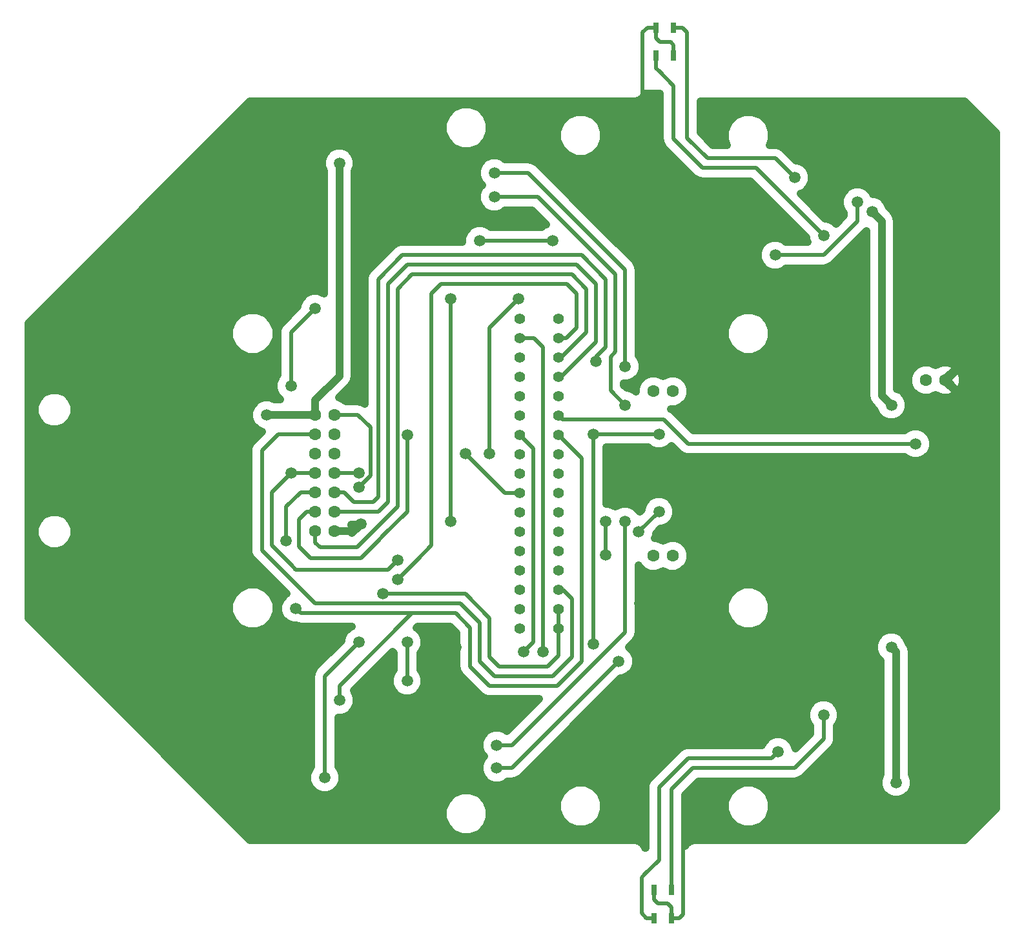
<source format=gbr>
G04 (created by PCBNEW (2013-may-18)-stable) date Вт 27 окт 2015 07:17:40*
%MOIN*%
G04 Gerber Fmt 3.4, Leading zero omitted, Abs format*
%FSLAX34Y34*%
G01*
G70*
G90*
G04 APERTURE LIST*
%ADD10C,0.00590551*%
%ADD11C,0.0629921*%
%ADD12R,0.0314961X0.0551181*%
%ADD13C,0.0551181*%
%ADD14C,0.0590551*%
%ADD15C,0.019685*%
%ADD16C,0.0393701*%
G04 APERTURE END LIST*
G54D10*
G54D11*
X53962Y-27787D03*
X52962Y-27787D03*
X53962Y-36287D03*
X52962Y-36287D03*
G54D12*
X53905Y-53543D03*
X53000Y-53543D03*
X53000Y-55000D03*
X53905Y-55000D03*
X53094Y-10456D03*
X54000Y-10456D03*
X54000Y-9000D03*
X53094Y-9000D03*
G54D11*
X67037Y-27212D03*
X68037Y-27212D03*
X36500Y-31000D03*
X35500Y-31000D03*
X36500Y-29000D03*
X35500Y-29000D03*
X36500Y-30000D03*
X35500Y-30000D03*
X35500Y-34000D03*
X36500Y-34000D03*
X36500Y-32000D03*
X35500Y-32000D03*
X35500Y-33000D03*
X36500Y-33000D03*
X35500Y-35000D03*
X36500Y-35000D03*
G54D13*
X46061Y-24049D03*
X46061Y-25049D03*
X46061Y-26049D03*
X46061Y-27049D03*
X46061Y-28049D03*
X46061Y-29049D03*
X46061Y-30049D03*
X46061Y-31049D03*
X46061Y-32049D03*
X46061Y-33049D03*
X46061Y-34049D03*
X46061Y-35049D03*
X46061Y-36049D03*
X46061Y-37049D03*
X46061Y-38049D03*
X46061Y-39049D03*
X46061Y-40049D03*
X48061Y-40049D03*
X48061Y-39049D03*
X48061Y-38049D03*
X48061Y-37049D03*
X48061Y-36049D03*
X48061Y-35049D03*
X48061Y-34049D03*
X48061Y-33049D03*
X48061Y-32049D03*
X48061Y-31049D03*
X48061Y-30049D03*
X48061Y-29049D03*
X48061Y-28049D03*
X48061Y-27049D03*
X48061Y-26049D03*
X48061Y-25049D03*
X48061Y-24049D03*
G54D14*
X47250Y-41250D03*
X39750Y-37500D03*
X37750Y-40750D03*
X36000Y-47750D03*
X43250Y-31000D03*
X34250Y-32000D03*
X35500Y-23500D03*
X34250Y-27500D03*
X39750Y-36500D03*
X46000Y-23000D03*
X63500Y-18000D03*
X59250Y-20750D03*
X44500Y-31000D03*
X37750Y-32000D03*
X40250Y-30050D03*
X46250Y-41250D03*
X34000Y-35500D03*
X34500Y-39000D03*
X36750Y-43750D03*
X50500Y-34500D03*
X50500Y-36250D03*
X24500Y-27500D03*
X32400Y-43000D03*
X37100Y-40050D03*
X37850Y-34650D03*
X66000Y-23000D03*
X52250Y-38750D03*
X42750Y-41000D03*
X45250Y-19000D03*
X69500Y-50250D03*
X32500Y-13750D03*
X62500Y-37750D03*
X51750Y-27500D03*
X44750Y-44750D03*
X58500Y-27250D03*
X56750Y-34750D03*
X55750Y-34750D03*
X56750Y-29250D03*
X55750Y-29250D03*
X66500Y-30500D03*
X51500Y-34500D03*
X44881Y-46062D03*
X51500Y-28500D03*
X44750Y-17750D03*
X60250Y-16750D03*
X59400Y-46400D03*
X51181Y-41732D03*
X44881Y-47244D03*
X50000Y-26250D03*
X61750Y-19750D03*
X42500Y-23000D03*
X44000Y-20000D03*
X47750Y-20000D03*
X42500Y-34500D03*
X61750Y-44500D03*
X40250Y-42750D03*
X40250Y-40750D03*
X44750Y-16500D03*
X51500Y-26500D03*
X39000Y-38250D03*
X37750Y-32750D03*
X53250Y-34000D03*
X52200Y-35050D03*
X65500Y-48000D03*
X65250Y-41000D03*
X49850Y-30000D03*
X53250Y-30000D03*
X49850Y-40850D03*
X64250Y-18500D03*
X65250Y-28500D03*
X36750Y-16000D03*
X33000Y-29000D03*
G54D15*
X46799Y-25049D02*
X47250Y-25500D01*
X47250Y-25500D02*
X47250Y-28750D01*
X47250Y-28750D02*
X47250Y-41250D01*
X46061Y-25049D02*
X46799Y-25049D01*
X44500Y-22250D02*
X42000Y-22250D01*
X40750Y-36500D02*
X39750Y-37500D01*
X37750Y-40750D02*
X36000Y-42500D01*
X36000Y-42500D02*
X36000Y-43500D01*
X48500Y-22250D02*
X44500Y-22250D01*
X48450Y-25049D02*
X49000Y-24500D01*
X49000Y-24500D02*
X49000Y-22750D01*
X49000Y-22750D02*
X48500Y-22250D01*
X48061Y-25049D02*
X48450Y-25049D01*
X36000Y-43500D02*
X36000Y-47750D01*
X41500Y-35750D02*
X40750Y-36500D01*
X41500Y-22750D02*
X41500Y-35750D01*
X42000Y-22250D02*
X41500Y-22750D01*
X43250Y-31000D02*
X45300Y-33050D01*
X46060Y-33050D02*
X46061Y-33049D01*
X45300Y-33050D02*
X46060Y-33050D01*
X34250Y-24750D02*
X35500Y-23500D01*
X34250Y-27500D02*
X34250Y-24750D01*
X33250Y-33500D02*
X33250Y-33000D01*
X39250Y-37000D02*
X34500Y-37000D01*
X33750Y-36250D02*
X34250Y-36750D01*
X33750Y-36250D02*
X33250Y-35750D01*
X39750Y-36500D02*
X39250Y-37000D01*
X34500Y-37000D02*
X34250Y-36750D01*
X33250Y-35750D02*
X33250Y-33500D01*
X34250Y-32000D02*
X35500Y-32000D01*
X33250Y-33000D02*
X34250Y-32000D01*
X46000Y-23000D02*
X44500Y-24500D01*
X59250Y-20750D02*
X61750Y-20750D01*
X63500Y-19000D02*
X63500Y-18000D01*
X61750Y-20750D02*
X63500Y-19000D01*
X44500Y-24500D02*
X44500Y-31000D01*
X36500Y-32000D02*
X37750Y-32000D01*
X35650Y-36400D02*
X35250Y-36400D01*
X35050Y-34000D02*
X34650Y-34400D01*
X34650Y-34400D02*
X34650Y-34850D01*
X38750Y-35500D02*
X37850Y-36400D01*
X40250Y-30050D02*
X40250Y-30500D01*
X39000Y-35250D02*
X38750Y-35500D01*
X39000Y-35250D02*
X40250Y-34000D01*
X40250Y-34000D02*
X40250Y-31250D01*
X40250Y-31250D02*
X40250Y-30500D01*
X34650Y-35400D02*
X34650Y-34850D01*
X37850Y-36400D02*
X35650Y-36400D01*
X35050Y-34000D02*
X35500Y-34000D01*
X34650Y-35800D02*
X34650Y-35400D01*
X35250Y-36400D02*
X34650Y-35800D01*
X46750Y-33750D02*
X46750Y-30738D01*
X46250Y-41250D02*
X46750Y-40750D01*
X46750Y-33750D02*
X46750Y-40750D01*
X46750Y-30738D02*
X46061Y-30049D01*
X35500Y-33000D02*
X34750Y-33000D01*
X34500Y-39000D02*
X34750Y-39250D01*
X34000Y-34500D02*
X34000Y-35500D01*
X34000Y-33750D02*
X34000Y-34500D01*
X34750Y-33000D02*
X34000Y-33750D01*
X49250Y-38250D02*
X49250Y-31238D01*
X43500Y-41750D02*
X43500Y-40000D01*
X43500Y-42000D02*
X43500Y-41750D01*
X44500Y-43000D02*
X43500Y-42000D01*
X48000Y-43000D02*
X45750Y-43000D01*
X45750Y-43000D02*
X45250Y-43000D01*
X45250Y-43000D02*
X44500Y-43000D01*
X40500Y-39250D02*
X41000Y-39250D01*
X42750Y-39250D02*
X41000Y-39250D01*
X43500Y-40000D02*
X42750Y-39250D01*
X49250Y-41750D02*
X48000Y-43000D01*
X49250Y-41750D02*
X49250Y-38250D01*
X49250Y-31238D02*
X48061Y-30049D01*
X36750Y-43000D02*
X40500Y-39250D01*
X36750Y-43750D02*
X36750Y-43000D01*
X40500Y-39250D02*
X38000Y-39250D01*
X38000Y-39250D02*
X34750Y-39250D01*
X34750Y-39250D02*
X35000Y-39250D01*
X50500Y-36000D02*
X50500Y-36250D01*
X50500Y-34500D02*
X50500Y-36000D01*
X53000Y-53543D02*
X53000Y-54050D01*
X53905Y-54455D02*
X53905Y-55000D01*
X53700Y-54250D02*
X53905Y-54455D01*
X53200Y-54250D02*
X53700Y-54250D01*
X53000Y-54050D02*
X53200Y-54250D01*
X53905Y-55000D02*
X54300Y-55000D01*
X54500Y-50700D02*
X55650Y-49550D01*
X54500Y-54800D02*
X54500Y-50700D01*
X54300Y-55000D02*
X54500Y-54800D01*
X53094Y-9000D02*
X53094Y-9544D01*
X54000Y-9900D02*
X54000Y-10456D01*
X53850Y-9750D02*
X54000Y-9900D01*
X53300Y-9750D02*
X53850Y-9750D01*
X53094Y-9544D02*
X53300Y-9750D01*
X53094Y-9000D02*
X52650Y-9000D01*
X52400Y-9250D02*
X52400Y-13850D01*
X52650Y-9000D02*
X52400Y-9250D01*
G54D16*
X36500Y-35000D02*
X37500Y-35000D01*
X37500Y-35000D02*
X37850Y-34650D01*
G54D15*
X52500Y-26750D02*
X52500Y-25500D01*
X51750Y-27500D02*
X52500Y-26750D01*
X55750Y-34750D02*
X56750Y-34750D01*
X55750Y-29250D02*
X56750Y-29250D01*
X43250Y-21250D02*
X40250Y-21250D01*
X36500Y-34000D02*
X37750Y-34000D01*
X48200Y-27049D02*
X48061Y-27049D01*
X49000Y-21250D02*
X45500Y-21250D01*
X50000Y-22250D02*
X49000Y-21250D01*
X50000Y-25250D02*
X50000Y-22250D01*
X48200Y-27049D02*
X50000Y-25250D01*
X45500Y-21250D02*
X43250Y-21250D01*
X38750Y-34000D02*
X37750Y-34000D01*
X39250Y-33500D02*
X38750Y-34000D01*
X39250Y-22250D02*
X39250Y-25000D01*
X39250Y-25000D02*
X39250Y-33500D01*
X40250Y-21250D02*
X39250Y-22250D01*
X36350Y-35850D02*
X35750Y-35850D01*
X37650Y-35850D02*
X36350Y-35850D01*
X43500Y-21750D02*
X40500Y-21750D01*
X44000Y-21750D02*
X43500Y-21750D01*
X48061Y-26049D02*
X48200Y-26049D01*
X48750Y-21750D02*
X45000Y-21750D01*
X49500Y-22500D02*
X48750Y-21750D01*
X49500Y-24750D02*
X49500Y-22500D01*
X48200Y-26049D02*
X49500Y-24750D01*
X45000Y-21750D02*
X44000Y-21750D01*
X39000Y-34500D02*
X38250Y-35250D01*
X39750Y-33750D02*
X39000Y-34500D01*
X39750Y-22500D02*
X39750Y-33750D01*
X40500Y-21750D02*
X39750Y-22500D01*
X38250Y-35250D02*
X37650Y-35850D01*
X35500Y-35600D02*
X35500Y-35000D01*
X35750Y-35850D02*
X35500Y-35600D01*
X49250Y-29250D02*
X48261Y-29250D01*
X50000Y-29250D02*
X53500Y-29250D01*
X54750Y-30500D02*
X53500Y-29250D01*
X66500Y-30500D02*
X54750Y-30500D01*
X50000Y-29250D02*
X49250Y-29250D01*
X48261Y-29250D02*
X48061Y-29049D01*
X51500Y-34500D02*
X51500Y-40232D01*
X50852Y-40879D02*
X51300Y-40432D01*
X51500Y-40232D02*
X51300Y-40432D01*
X50841Y-40891D02*
X50852Y-40879D01*
X45669Y-46062D02*
X44881Y-46062D01*
X50841Y-40891D02*
X45669Y-46062D01*
X50852Y-40879D02*
X50841Y-40891D01*
X51000Y-25750D02*
X51000Y-21750D01*
X51000Y-21750D02*
X47000Y-17750D01*
X47000Y-17750D02*
X44750Y-17750D01*
X50750Y-26000D02*
X51000Y-25750D01*
X50750Y-27750D02*
X50750Y-26000D01*
X51500Y-28500D02*
X50750Y-27750D01*
X54700Y-14150D02*
X54700Y-14700D01*
X55750Y-15750D02*
X59250Y-15750D01*
X59250Y-15750D02*
X60250Y-16750D01*
X54450Y-9000D02*
X54700Y-9250D01*
X54700Y-9250D02*
X54700Y-14150D01*
X54450Y-9000D02*
X54000Y-9000D01*
X54700Y-14700D02*
X55750Y-15750D01*
X53000Y-55000D02*
X52600Y-55000D01*
X54750Y-46750D02*
X59000Y-46750D01*
X53250Y-48250D02*
X54750Y-46750D01*
X53250Y-52000D02*
X53250Y-48250D01*
X52500Y-52750D02*
X53250Y-52000D01*
X59000Y-46750D02*
X59050Y-46750D01*
X59050Y-46750D02*
X59400Y-46400D01*
X52350Y-52900D02*
X52500Y-52750D01*
X52350Y-54750D02*
X52350Y-52900D01*
X52600Y-55000D02*
X52350Y-54750D01*
X51181Y-41732D02*
X45669Y-47244D01*
X45669Y-47244D02*
X44881Y-47244D01*
X50000Y-26250D02*
X50000Y-26000D01*
X50000Y-26000D02*
X50500Y-25500D01*
X49250Y-20750D02*
X50500Y-22000D01*
X50500Y-22000D02*
X50500Y-25500D01*
X40000Y-20750D02*
X38750Y-22000D01*
X38750Y-22000D02*
X38750Y-32000D01*
X37500Y-33500D02*
X37000Y-33000D01*
X37000Y-33000D02*
X36500Y-33000D01*
X38750Y-32000D02*
X38750Y-33250D01*
X38500Y-33500D02*
X37500Y-33500D01*
X38750Y-33250D02*
X38500Y-33500D01*
X40000Y-20750D02*
X49250Y-20750D01*
X61750Y-19750D02*
X58250Y-16250D01*
X53094Y-11094D02*
X53094Y-10456D01*
X53094Y-11094D02*
X53250Y-11250D01*
X53250Y-11250D02*
X54000Y-12000D01*
X54000Y-12000D02*
X54000Y-14750D01*
X54000Y-14750D02*
X55500Y-16250D01*
X58250Y-16250D02*
X55500Y-16250D01*
X44000Y-20000D02*
X47750Y-20000D01*
X42500Y-29000D02*
X42500Y-32750D01*
X42500Y-29000D02*
X42500Y-23000D01*
X42500Y-34500D02*
X42500Y-32750D01*
X60250Y-47250D02*
X61250Y-46250D01*
X55000Y-47250D02*
X60250Y-47250D01*
X53905Y-48344D02*
X55000Y-47250D01*
X53905Y-48344D02*
X53905Y-53543D01*
X61750Y-45750D02*
X61250Y-46250D01*
X61750Y-44500D02*
X61750Y-45750D01*
X40250Y-40750D02*
X40250Y-42750D01*
X46500Y-16500D02*
X44750Y-16500D01*
X51500Y-21500D02*
X46500Y-16500D01*
X51500Y-26500D02*
X51500Y-21500D01*
X35500Y-30000D02*
X33600Y-30000D01*
X38200Y-38750D02*
X35500Y-38750D01*
X34350Y-37600D02*
X33250Y-36500D01*
X41250Y-38750D02*
X43000Y-38750D01*
X45500Y-42500D02*
X44750Y-42500D01*
X48299Y-38049D02*
X48061Y-38049D01*
X47750Y-42500D02*
X45750Y-42500D01*
X48750Y-41500D02*
X47750Y-42500D01*
X48750Y-38500D02*
X48750Y-41500D01*
X48299Y-38049D02*
X48750Y-38500D01*
X45750Y-42500D02*
X45500Y-42500D01*
X44750Y-42500D02*
X44000Y-41750D01*
X44000Y-41750D02*
X44000Y-41500D01*
X33250Y-36500D02*
X32750Y-36000D01*
X44000Y-39750D02*
X44000Y-41500D01*
X43000Y-38750D02*
X44000Y-39750D01*
X41250Y-38750D02*
X38200Y-38750D01*
X35500Y-38750D02*
X34350Y-37600D01*
X32750Y-36000D02*
X32750Y-32750D01*
X32750Y-30850D02*
X32750Y-32750D01*
X33600Y-30000D02*
X32750Y-30850D01*
X36500Y-29000D02*
X37700Y-29000D01*
X38350Y-32150D02*
X38350Y-30850D01*
X44500Y-39500D02*
X43250Y-38250D01*
X43250Y-38250D02*
X41500Y-38250D01*
X44500Y-41500D02*
X44500Y-41250D01*
X45000Y-42000D02*
X44500Y-41500D01*
X48061Y-41438D02*
X47500Y-42000D01*
X47500Y-42000D02*
X45750Y-42000D01*
X48061Y-41438D02*
X48061Y-40049D01*
X45750Y-42000D02*
X45000Y-42000D01*
X44500Y-41250D02*
X44500Y-39500D01*
X41500Y-38250D02*
X39000Y-38250D01*
X37750Y-32750D02*
X38350Y-32150D01*
X38350Y-29650D02*
X38350Y-30850D01*
X37700Y-29000D02*
X38350Y-29650D01*
X48061Y-39049D02*
X48061Y-40049D01*
X52200Y-35050D02*
X53250Y-34000D01*
G54D16*
X65500Y-41750D02*
X65500Y-41250D01*
X65500Y-48000D02*
X65500Y-41750D01*
X65500Y-41250D02*
X65250Y-41000D01*
G54D15*
X49850Y-30000D02*
X53250Y-30000D01*
X49850Y-40850D02*
X49850Y-30000D01*
G54D16*
X64750Y-19000D02*
X64750Y-28000D01*
X64750Y-19000D02*
X64250Y-18500D01*
X64750Y-28000D02*
X65250Y-28500D01*
X36750Y-27000D02*
X35500Y-28250D01*
X35500Y-28250D02*
X35500Y-29000D01*
X36750Y-24000D02*
X36750Y-27000D01*
X36750Y-16000D02*
X36750Y-24000D01*
X33000Y-29000D02*
X35500Y-29000D01*
G54D10*
G36*
X36561Y-35005D02*
X36505Y-35061D01*
X36500Y-35055D01*
X36494Y-35061D01*
X36438Y-35005D01*
X36444Y-35000D01*
X36438Y-34994D01*
X36494Y-34938D01*
X36500Y-34944D01*
X36505Y-34938D01*
X36561Y-34994D01*
X36555Y-35000D01*
X36561Y-35005D01*
X36561Y-35005D01*
G37*
G54D16*
X36561Y-35005D02*
X36505Y-35061D01*
X36500Y-35055D01*
X36494Y-35061D01*
X36438Y-35005D01*
X36444Y-35000D01*
X36438Y-34994D01*
X36494Y-34938D01*
X36500Y-34944D01*
X36505Y-34938D01*
X36561Y-34994D01*
X36555Y-35000D01*
X36561Y-35005D01*
G54D10*
G36*
X37836Y-34688D02*
X37762Y-34762D01*
X37405Y-35119D01*
X37404Y-34816D01*
X37351Y-34688D01*
X37750Y-34688D01*
X37836Y-34688D01*
X37836Y-34688D01*
G37*
G54D16*
X37836Y-34688D02*
X37762Y-34762D01*
X37405Y-35119D01*
X37404Y-34816D01*
X37351Y-34688D01*
X37750Y-34688D01*
X37836Y-34688D01*
G54D10*
G36*
X46122Y-24054D02*
X46066Y-24110D01*
X46061Y-24104D01*
X46055Y-24110D01*
X45999Y-24054D01*
X46005Y-24049D01*
X45999Y-24043D01*
X46055Y-23987D01*
X46061Y-23993D01*
X46066Y-23987D01*
X46122Y-24043D01*
X46116Y-24049D01*
X46122Y-24054D01*
X46122Y-24054D01*
G37*
G54D16*
X46122Y-24054D02*
X46066Y-24110D01*
X46061Y-24104D01*
X46055Y-24110D01*
X45999Y-24054D01*
X46005Y-24049D01*
X45999Y-24043D01*
X46055Y-23987D01*
X46061Y-23993D01*
X46066Y-23987D01*
X46122Y-24043D01*
X46116Y-24049D01*
X46122Y-24054D01*
G54D10*
G36*
X70649Y-49353D02*
X69038Y-50964D01*
X68943Y-50964D01*
X68943Y-27389D01*
X68942Y-27029D01*
X68806Y-26702D01*
X68612Y-26692D01*
X68093Y-27212D01*
X68612Y-27732D01*
X68806Y-27722D01*
X68943Y-27389D01*
X68943Y-50964D01*
X68557Y-50964D01*
X68557Y-27788D01*
X68037Y-27268D01*
X68031Y-27273D01*
X67976Y-27218D01*
X67981Y-27212D01*
X67976Y-27207D01*
X68031Y-27151D01*
X68037Y-27156D01*
X68557Y-26637D01*
X68547Y-26443D01*
X68214Y-26306D01*
X67854Y-26307D01*
X67536Y-26439D01*
X67218Y-26307D01*
X66858Y-26306D01*
X66525Y-26444D01*
X66270Y-26698D01*
X66132Y-27031D01*
X66131Y-27391D01*
X66269Y-27724D01*
X66523Y-27979D01*
X66856Y-28117D01*
X67216Y-28118D01*
X67536Y-27985D01*
X67860Y-28118D01*
X68220Y-28117D01*
X68547Y-27981D01*
X68557Y-27788D01*
X68557Y-50964D01*
X67385Y-50964D01*
X67385Y-30324D01*
X67251Y-29998D01*
X67002Y-29749D01*
X66676Y-29614D01*
X66324Y-29614D01*
X65998Y-29748D01*
X65936Y-29811D01*
X59075Y-29811D01*
X59075Y-24565D01*
X58892Y-24123D01*
X58555Y-23785D01*
X58113Y-23602D01*
X57636Y-23602D01*
X57194Y-23784D01*
X56856Y-24122D01*
X56673Y-24563D01*
X56673Y-25040D01*
X56855Y-25482D01*
X57192Y-25820D01*
X57634Y-26003D01*
X58111Y-26004D01*
X58553Y-25821D01*
X58891Y-25484D01*
X59074Y-25043D01*
X59075Y-24565D01*
X59075Y-29811D01*
X55035Y-29811D01*
X53987Y-28762D01*
X53882Y-28692D01*
X54141Y-28693D01*
X54474Y-28555D01*
X54729Y-28301D01*
X54867Y-27968D01*
X54868Y-27608D01*
X54730Y-27275D01*
X54476Y-27020D01*
X54143Y-26882D01*
X53783Y-26881D01*
X53462Y-27014D01*
X53143Y-26882D01*
X52783Y-26881D01*
X52450Y-27019D01*
X52195Y-27273D01*
X52057Y-27606D01*
X52057Y-27804D01*
X52002Y-27749D01*
X51676Y-27614D01*
X51588Y-27614D01*
X51438Y-27464D01*
X51438Y-27385D01*
X51675Y-27385D01*
X52001Y-27251D01*
X52250Y-27002D01*
X52385Y-26676D01*
X52385Y-26324D01*
X52251Y-25998D01*
X52188Y-25936D01*
X52188Y-21500D01*
X52136Y-21236D01*
X51987Y-21012D01*
X50413Y-19439D01*
X50413Y-14329D01*
X50231Y-13887D01*
X49893Y-13549D01*
X49452Y-13366D01*
X48974Y-13365D01*
X48533Y-13548D01*
X48195Y-13885D01*
X48012Y-14327D01*
X48011Y-14804D01*
X48194Y-15246D01*
X48531Y-15584D01*
X48972Y-15767D01*
X49450Y-15767D01*
X49891Y-15585D01*
X50229Y-15248D01*
X50413Y-14806D01*
X50413Y-14329D01*
X50413Y-19439D01*
X46987Y-16012D01*
X46763Y-15863D01*
X46500Y-15811D01*
X45313Y-15811D01*
X45252Y-15749D01*
X44926Y-15614D01*
X44574Y-15614D01*
X44508Y-15641D01*
X44508Y-13935D01*
X44325Y-13493D01*
X43988Y-13155D01*
X43546Y-12972D01*
X43069Y-12972D01*
X42627Y-13154D01*
X42289Y-13492D01*
X42106Y-13933D01*
X42106Y-14411D01*
X42288Y-14852D01*
X42626Y-15190D01*
X43067Y-15373D01*
X43544Y-15374D01*
X43986Y-15191D01*
X44324Y-14854D01*
X44507Y-14413D01*
X44508Y-13935D01*
X44508Y-15641D01*
X44248Y-15748D01*
X43999Y-15997D01*
X43864Y-16323D01*
X43864Y-16675D01*
X43998Y-17001D01*
X44122Y-17124D01*
X43999Y-17247D01*
X43864Y-17573D01*
X43864Y-17925D01*
X43998Y-18251D01*
X44247Y-18500D01*
X44573Y-18635D01*
X44925Y-18635D01*
X45251Y-18501D01*
X45313Y-18438D01*
X46714Y-18438D01*
X47443Y-19168D01*
X47248Y-19248D01*
X47186Y-19311D01*
X44563Y-19311D01*
X44502Y-19249D01*
X44176Y-19114D01*
X43824Y-19114D01*
X43498Y-19248D01*
X43249Y-19497D01*
X43114Y-19823D01*
X43114Y-20061D01*
X40000Y-20061D01*
X39736Y-20113D01*
X39512Y-20262D01*
X38262Y-21512D01*
X38113Y-21736D01*
X38061Y-22000D01*
X38061Y-28428D01*
X37963Y-28363D01*
X37700Y-28311D01*
X37091Y-28311D01*
X37013Y-28232D01*
X36743Y-28120D01*
X37306Y-27556D01*
X37477Y-27301D01*
X37537Y-27000D01*
X37537Y-27000D01*
X37537Y-26999D01*
X37537Y-24000D01*
X37537Y-16413D01*
X37635Y-16176D01*
X37635Y-15824D01*
X37501Y-15498D01*
X37252Y-15249D01*
X36926Y-15114D01*
X36574Y-15114D01*
X36248Y-15248D01*
X35999Y-15497D01*
X35864Y-15823D01*
X35864Y-16175D01*
X35962Y-16414D01*
X35962Y-22732D01*
X35676Y-22614D01*
X35324Y-22614D01*
X34998Y-22748D01*
X34749Y-22997D01*
X34614Y-23323D01*
X34614Y-23411D01*
X33762Y-24262D01*
X33613Y-24486D01*
X33561Y-24750D01*
X33561Y-26936D01*
X33499Y-26997D01*
X33484Y-27033D01*
X33484Y-24565D01*
X33302Y-24123D01*
X32964Y-23785D01*
X32523Y-23602D01*
X32045Y-23602D01*
X31604Y-23784D01*
X31266Y-24122D01*
X31082Y-24563D01*
X31082Y-25040D01*
X31264Y-25482D01*
X31602Y-25820D01*
X32043Y-26003D01*
X32521Y-26004D01*
X32962Y-25821D01*
X33300Y-25484D01*
X33484Y-25043D01*
X33484Y-24565D01*
X33484Y-27033D01*
X33364Y-27323D01*
X33364Y-27675D01*
X33498Y-28001D01*
X33709Y-28212D01*
X33413Y-28212D01*
X33176Y-28114D01*
X32824Y-28114D01*
X32498Y-28248D01*
X32249Y-28497D01*
X32114Y-28823D01*
X32114Y-29175D01*
X32248Y-29501D01*
X32497Y-29750D01*
X32764Y-29861D01*
X32262Y-30362D01*
X32113Y-30586D01*
X32061Y-30850D01*
X32061Y-32750D01*
X32061Y-36000D01*
X32113Y-36263D01*
X32262Y-36487D01*
X32762Y-36987D01*
X33862Y-38087D01*
X33862Y-38087D01*
X34016Y-38241D01*
X33998Y-38248D01*
X33749Y-38497D01*
X33614Y-38823D01*
X33614Y-39175D01*
X33748Y-39501D01*
X33997Y-39750D01*
X34323Y-39885D01*
X34485Y-39885D01*
X34486Y-39886D01*
X34750Y-39938D01*
X35000Y-39938D01*
X37393Y-39938D01*
X37248Y-39998D01*
X36999Y-40247D01*
X36864Y-40573D01*
X36864Y-40661D01*
X35512Y-42012D01*
X35363Y-42236D01*
X35311Y-42500D01*
X35311Y-43500D01*
X35311Y-47186D01*
X35249Y-47247D01*
X35114Y-47573D01*
X35114Y-47925D01*
X35248Y-48251D01*
X35497Y-48500D01*
X35823Y-48635D01*
X36175Y-48635D01*
X36501Y-48501D01*
X36750Y-48252D01*
X36885Y-47926D01*
X36885Y-47574D01*
X36751Y-47248D01*
X36688Y-47186D01*
X36688Y-44635D01*
X36925Y-44635D01*
X37251Y-44501D01*
X37500Y-44252D01*
X37635Y-43926D01*
X37635Y-43574D01*
X37501Y-43248D01*
X37488Y-43235D01*
X39491Y-41233D01*
X39498Y-41251D01*
X39561Y-41313D01*
X39561Y-42186D01*
X39499Y-42247D01*
X39364Y-42573D01*
X39364Y-42925D01*
X39498Y-43251D01*
X39747Y-43500D01*
X40073Y-43635D01*
X40425Y-43635D01*
X40751Y-43501D01*
X41000Y-43252D01*
X41135Y-42926D01*
X41135Y-42574D01*
X41001Y-42248D01*
X40938Y-42186D01*
X40938Y-41313D01*
X41000Y-41252D01*
X41135Y-40926D01*
X41135Y-40574D01*
X41001Y-40248D01*
X40752Y-39999D01*
X40732Y-39991D01*
X40785Y-39938D01*
X41000Y-39938D01*
X42464Y-39938D01*
X42811Y-40285D01*
X42811Y-41750D01*
X42811Y-42000D01*
X42863Y-42263D01*
X43012Y-42487D01*
X44012Y-43487D01*
X44236Y-43636D01*
X44500Y-43688D01*
X45250Y-43688D01*
X45750Y-43688D01*
X47068Y-43688D01*
X45414Y-45343D01*
X45384Y-45312D01*
X45058Y-45177D01*
X44706Y-45177D01*
X44380Y-45311D01*
X44131Y-45560D01*
X43996Y-45886D01*
X43995Y-46238D01*
X44130Y-46564D01*
X44219Y-46653D01*
X44131Y-46741D01*
X43996Y-47067D01*
X43995Y-47419D01*
X44130Y-47745D01*
X44379Y-47994D01*
X44704Y-48129D01*
X45057Y-48130D01*
X45383Y-47995D01*
X45445Y-47933D01*
X45669Y-47933D01*
X45932Y-47880D01*
X46156Y-47731D01*
X51269Y-42618D01*
X51356Y-42618D01*
X51682Y-42483D01*
X51931Y-42234D01*
X52066Y-41909D01*
X52067Y-41556D01*
X51932Y-41231D01*
X51704Y-41002D01*
X51787Y-40919D01*
X51787Y-40919D01*
X51787Y-40919D01*
X51987Y-40719D01*
X52136Y-40495D01*
X52188Y-40232D01*
X52188Y-36786D01*
X52194Y-36799D01*
X52448Y-37054D01*
X52781Y-37192D01*
X53141Y-37193D01*
X53462Y-37060D01*
X53781Y-37192D01*
X54141Y-37193D01*
X54474Y-37055D01*
X54729Y-36801D01*
X54867Y-36468D01*
X54868Y-36108D01*
X54730Y-35775D01*
X54476Y-35520D01*
X54143Y-35382D01*
X53783Y-35381D01*
X53462Y-35514D01*
X53143Y-35382D01*
X53021Y-35381D01*
X53085Y-35226D01*
X53085Y-35138D01*
X53338Y-34885D01*
X53425Y-34885D01*
X53751Y-34751D01*
X54000Y-34502D01*
X54135Y-34176D01*
X54135Y-33824D01*
X54001Y-33498D01*
X53752Y-33249D01*
X53426Y-33114D01*
X53074Y-33114D01*
X52748Y-33248D01*
X52499Y-33497D01*
X52364Y-33823D01*
X52364Y-33911D01*
X52258Y-34016D01*
X52251Y-33998D01*
X52002Y-33749D01*
X51676Y-33614D01*
X51324Y-33614D01*
X50999Y-33748D01*
X50676Y-33614D01*
X50538Y-33614D01*
X50538Y-30688D01*
X52686Y-30688D01*
X52747Y-30750D01*
X53073Y-30885D01*
X53425Y-30885D01*
X53751Y-30751D01*
X53889Y-30613D01*
X54262Y-30987D01*
X54486Y-31136D01*
X54750Y-31188D01*
X65936Y-31188D01*
X65997Y-31250D01*
X66323Y-31385D01*
X66675Y-31385D01*
X67001Y-31251D01*
X67250Y-31002D01*
X67385Y-30676D01*
X67385Y-30324D01*
X67385Y-50964D01*
X66385Y-50964D01*
X66385Y-47824D01*
X66287Y-47585D01*
X66287Y-41750D01*
X66287Y-41250D01*
X66227Y-40948D01*
X66122Y-40790D01*
X66001Y-40498D01*
X65752Y-40249D01*
X65426Y-40114D01*
X65074Y-40114D01*
X64748Y-40248D01*
X64499Y-40497D01*
X64364Y-40823D01*
X64364Y-41175D01*
X64498Y-41501D01*
X64712Y-41715D01*
X64712Y-41750D01*
X64712Y-47586D01*
X64614Y-47823D01*
X64614Y-48175D01*
X64748Y-48501D01*
X64997Y-48750D01*
X65323Y-48885D01*
X65675Y-48885D01*
X66001Y-48751D01*
X66250Y-48502D01*
X66385Y-48176D01*
X66385Y-47824D01*
X66385Y-50964D01*
X59075Y-50964D01*
X59075Y-48974D01*
X58892Y-48533D01*
X58555Y-48195D01*
X58113Y-48012D01*
X57636Y-48011D01*
X57194Y-48194D01*
X56856Y-48531D01*
X56673Y-48972D01*
X56673Y-49450D01*
X56855Y-49891D01*
X57192Y-50229D01*
X57634Y-50413D01*
X58111Y-50413D01*
X58553Y-50231D01*
X58891Y-49893D01*
X59074Y-49452D01*
X59075Y-48974D01*
X59075Y-50964D01*
X55118Y-50964D01*
X54884Y-51011D01*
X54686Y-51143D01*
X54594Y-51281D01*
X54594Y-48629D01*
X55285Y-47938D01*
X60250Y-47938D01*
X60513Y-47886D01*
X60737Y-47737D01*
X61737Y-46737D01*
X62237Y-46237D01*
X62386Y-46013D01*
X62438Y-45750D01*
X62438Y-45063D01*
X62500Y-45002D01*
X62635Y-44676D01*
X62635Y-44324D01*
X62501Y-43998D01*
X62252Y-43749D01*
X61926Y-43614D01*
X61574Y-43614D01*
X61248Y-43748D01*
X60999Y-43997D01*
X60864Y-44323D01*
X60864Y-44675D01*
X60998Y-45001D01*
X61061Y-45063D01*
X61061Y-45464D01*
X60762Y-45762D01*
X60285Y-46239D01*
X60285Y-46224D01*
X60151Y-45898D01*
X59902Y-45649D01*
X59576Y-45514D01*
X59224Y-45514D01*
X59075Y-45575D01*
X59075Y-38738D01*
X58892Y-38297D01*
X58555Y-37958D01*
X58113Y-37775D01*
X57636Y-37775D01*
X57194Y-37957D01*
X56856Y-38295D01*
X56673Y-38736D01*
X56673Y-39214D01*
X56855Y-39655D01*
X57192Y-39993D01*
X57634Y-40176D01*
X58111Y-40177D01*
X58553Y-39994D01*
X58891Y-39657D01*
X59074Y-39216D01*
X59075Y-38738D01*
X59075Y-45575D01*
X58898Y-45648D01*
X58649Y-45897D01*
X58581Y-46061D01*
X54750Y-46061D01*
X54486Y-46113D01*
X54262Y-46262D01*
X54262Y-46262D01*
X52762Y-47762D01*
X52613Y-47986D01*
X52561Y-48250D01*
X52561Y-51377D01*
X52539Y-51377D01*
X52532Y-51341D01*
X52400Y-51143D01*
X52202Y-51011D01*
X51968Y-50964D01*
X50413Y-50964D01*
X50413Y-48974D01*
X50231Y-48533D01*
X49893Y-48195D01*
X49452Y-48012D01*
X48974Y-48011D01*
X48533Y-48194D01*
X48195Y-48531D01*
X48012Y-48972D01*
X48011Y-49450D01*
X48194Y-49891D01*
X48531Y-50229D01*
X48972Y-50413D01*
X49450Y-50413D01*
X49891Y-50231D01*
X50229Y-49893D01*
X50413Y-49452D01*
X50413Y-48974D01*
X50413Y-50964D01*
X44508Y-50964D01*
X44508Y-49368D01*
X44325Y-48926D01*
X43988Y-48588D01*
X43546Y-48405D01*
X43069Y-48405D01*
X42627Y-48587D01*
X42289Y-48925D01*
X42106Y-49366D01*
X42106Y-49844D01*
X42288Y-50285D01*
X42626Y-50623D01*
X43067Y-50806D01*
X43544Y-50807D01*
X43986Y-50624D01*
X44324Y-50287D01*
X44507Y-49846D01*
X44508Y-49368D01*
X44508Y-50964D01*
X33484Y-50964D01*
X33484Y-38738D01*
X33302Y-38297D01*
X32964Y-37958D01*
X32523Y-37775D01*
X32045Y-37775D01*
X31604Y-37957D01*
X31266Y-38295D01*
X31082Y-38736D01*
X31082Y-39214D01*
X31264Y-39655D01*
X31602Y-39993D01*
X32043Y-40176D01*
X32521Y-40177D01*
X32962Y-39994D01*
X33300Y-39657D01*
X33484Y-39216D01*
X33484Y-38738D01*
X33484Y-50964D01*
X32142Y-50964D01*
X23051Y-41873D01*
X23051Y-34840D01*
X23051Y-28541D01*
X22898Y-28172D01*
X22616Y-27889D01*
X22247Y-27736D01*
X21848Y-27736D01*
X21479Y-27888D01*
X21196Y-28170D01*
X21043Y-28539D01*
X21043Y-28938D01*
X21195Y-29308D01*
X21477Y-29590D01*
X21846Y-29743D01*
X22246Y-29744D01*
X22615Y-29591D01*
X22897Y-29309D01*
X23051Y-28940D01*
X23051Y-28541D01*
X23051Y-34840D01*
X22898Y-34471D01*
X22616Y-34188D01*
X22247Y-34035D01*
X21848Y-34035D01*
X21479Y-34187D01*
X21196Y-34469D01*
X21043Y-34838D01*
X21043Y-35238D01*
X21195Y-35607D01*
X21477Y-35889D01*
X21846Y-36043D01*
X22246Y-36043D01*
X22615Y-35890D01*
X22897Y-35608D01*
X23051Y-35239D01*
X23051Y-34840D01*
X23051Y-41873D01*
X20688Y-39511D01*
X20688Y-24268D01*
X32142Y-12814D01*
X51968Y-12814D01*
X52202Y-12768D01*
X52400Y-12636D01*
X52532Y-12438D01*
X52539Y-12401D01*
X53311Y-12401D01*
X53311Y-14750D01*
X53363Y-15013D01*
X53512Y-15237D01*
X55012Y-16737D01*
X55012Y-16737D01*
X55236Y-16886D01*
X55500Y-16938D01*
X57964Y-16938D01*
X60864Y-19838D01*
X60864Y-19925D01*
X60920Y-20061D01*
X59813Y-20061D01*
X59752Y-19999D01*
X59426Y-19864D01*
X59074Y-19864D01*
X58748Y-19998D01*
X58499Y-20247D01*
X58364Y-20573D01*
X58364Y-20925D01*
X58498Y-21251D01*
X58747Y-21500D01*
X59073Y-21635D01*
X59425Y-21635D01*
X59751Y-21501D01*
X59813Y-21438D01*
X61750Y-21438D01*
X62013Y-21386D01*
X62237Y-21237D01*
X63962Y-19511D01*
X63962Y-27999D01*
X63962Y-28000D01*
X64022Y-28301D01*
X64193Y-28556D01*
X64400Y-28764D01*
X64498Y-29001D01*
X64747Y-29250D01*
X65073Y-29385D01*
X65425Y-29385D01*
X65751Y-29251D01*
X66000Y-29002D01*
X66135Y-28676D01*
X66135Y-28324D01*
X66001Y-27998D01*
X65752Y-27749D01*
X65537Y-27660D01*
X65537Y-19000D01*
X65477Y-18698D01*
X65306Y-18443D01*
X65306Y-18443D01*
X65099Y-18235D01*
X65001Y-17998D01*
X64752Y-17749D01*
X64426Y-17614D01*
X64299Y-17614D01*
X64251Y-17498D01*
X64002Y-17249D01*
X63676Y-17114D01*
X63324Y-17114D01*
X62998Y-17248D01*
X62749Y-17497D01*
X62614Y-17823D01*
X62614Y-18175D01*
X62748Y-18501D01*
X62811Y-18563D01*
X62811Y-18714D01*
X62389Y-19136D01*
X62252Y-18999D01*
X61926Y-18864D01*
X61838Y-18864D01*
X60556Y-17581D01*
X60751Y-17501D01*
X61000Y-17252D01*
X61135Y-16926D01*
X61135Y-16574D01*
X61001Y-16248D01*
X60752Y-15999D01*
X60426Y-15864D01*
X60338Y-15864D01*
X59737Y-15262D01*
X59513Y-15113D01*
X59250Y-15061D01*
X58969Y-15061D01*
X59074Y-14806D01*
X59075Y-14329D01*
X58892Y-13887D01*
X58555Y-13549D01*
X58113Y-13366D01*
X57636Y-13365D01*
X57194Y-13548D01*
X56856Y-13885D01*
X56673Y-14327D01*
X56673Y-14804D01*
X56778Y-15061D01*
X56035Y-15061D01*
X55388Y-14414D01*
X55388Y-14150D01*
X55388Y-12814D01*
X69038Y-12814D01*
X70649Y-14425D01*
X70649Y-49353D01*
X70649Y-49353D01*
G37*
G54D16*
X70649Y-49353D02*
X69038Y-50964D01*
X68943Y-50964D01*
X68943Y-27389D01*
X68942Y-27029D01*
X68806Y-26702D01*
X68612Y-26692D01*
X68093Y-27212D01*
X68612Y-27732D01*
X68806Y-27722D01*
X68943Y-27389D01*
X68943Y-50964D01*
X68557Y-50964D01*
X68557Y-27788D01*
X68037Y-27268D01*
X68031Y-27273D01*
X67976Y-27218D01*
X67981Y-27212D01*
X67976Y-27207D01*
X68031Y-27151D01*
X68037Y-27156D01*
X68557Y-26637D01*
X68547Y-26443D01*
X68214Y-26306D01*
X67854Y-26307D01*
X67536Y-26439D01*
X67218Y-26307D01*
X66858Y-26306D01*
X66525Y-26444D01*
X66270Y-26698D01*
X66132Y-27031D01*
X66131Y-27391D01*
X66269Y-27724D01*
X66523Y-27979D01*
X66856Y-28117D01*
X67216Y-28118D01*
X67536Y-27985D01*
X67860Y-28118D01*
X68220Y-28117D01*
X68547Y-27981D01*
X68557Y-27788D01*
X68557Y-50964D01*
X67385Y-50964D01*
X67385Y-30324D01*
X67251Y-29998D01*
X67002Y-29749D01*
X66676Y-29614D01*
X66324Y-29614D01*
X65998Y-29748D01*
X65936Y-29811D01*
X59075Y-29811D01*
X59075Y-24565D01*
X58892Y-24123D01*
X58555Y-23785D01*
X58113Y-23602D01*
X57636Y-23602D01*
X57194Y-23784D01*
X56856Y-24122D01*
X56673Y-24563D01*
X56673Y-25040D01*
X56855Y-25482D01*
X57192Y-25820D01*
X57634Y-26003D01*
X58111Y-26004D01*
X58553Y-25821D01*
X58891Y-25484D01*
X59074Y-25043D01*
X59075Y-24565D01*
X59075Y-29811D01*
X55035Y-29811D01*
X53987Y-28762D01*
X53882Y-28692D01*
X54141Y-28693D01*
X54474Y-28555D01*
X54729Y-28301D01*
X54867Y-27968D01*
X54868Y-27608D01*
X54730Y-27275D01*
X54476Y-27020D01*
X54143Y-26882D01*
X53783Y-26881D01*
X53462Y-27014D01*
X53143Y-26882D01*
X52783Y-26881D01*
X52450Y-27019D01*
X52195Y-27273D01*
X52057Y-27606D01*
X52057Y-27804D01*
X52002Y-27749D01*
X51676Y-27614D01*
X51588Y-27614D01*
X51438Y-27464D01*
X51438Y-27385D01*
X51675Y-27385D01*
X52001Y-27251D01*
X52250Y-27002D01*
X52385Y-26676D01*
X52385Y-26324D01*
X52251Y-25998D01*
X52188Y-25936D01*
X52188Y-21500D01*
X52136Y-21236D01*
X51987Y-21012D01*
X50413Y-19439D01*
X50413Y-14329D01*
X50231Y-13887D01*
X49893Y-13549D01*
X49452Y-13366D01*
X48974Y-13365D01*
X48533Y-13548D01*
X48195Y-13885D01*
X48012Y-14327D01*
X48011Y-14804D01*
X48194Y-15246D01*
X48531Y-15584D01*
X48972Y-15767D01*
X49450Y-15767D01*
X49891Y-15585D01*
X50229Y-15248D01*
X50413Y-14806D01*
X50413Y-14329D01*
X50413Y-19439D01*
X46987Y-16012D01*
X46763Y-15863D01*
X46500Y-15811D01*
X45313Y-15811D01*
X45252Y-15749D01*
X44926Y-15614D01*
X44574Y-15614D01*
X44508Y-15641D01*
X44508Y-13935D01*
X44325Y-13493D01*
X43988Y-13155D01*
X43546Y-12972D01*
X43069Y-12972D01*
X42627Y-13154D01*
X42289Y-13492D01*
X42106Y-13933D01*
X42106Y-14411D01*
X42288Y-14852D01*
X42626Y-15190D01*
X43067Y-15373D01*
X43544Y-15374D01*
X43986Y-15191D01*
X44324Y-14854D01*
X44507Y-14413D01*
X44508Y-13935D01*
X44508Y-15641D01*
X44248Y-15748D01*
X43999Y-15997D01*
X43864Y-16323D01*
X43864Y-16675D01*
X43998Y-17001D01*
X44122Y-17124D01*
X43999Y-17247D01*
X43864Y-17573D01*
X43864Y-17925D01*
X43998Y-18251D01*
X44247Y-18500D01*
X44573Y-18635D01*
X44925Y-18635D01*
X45251Y-18501D01*
X45313Y-18438D01*
X46714Y-18438D01*
X47443Y-19168D01*
X47248Y-19248D01*
X47186Y-19311D01*
X44563Y-19311D01*
X44502Y-19249D01*
X44176Y-19114D01*
X43824Y-19114D01*
X43498Y-19248D01*
X43249Y-19497D01*
X43114Y-19823D01*
X43114Y-20061D01*
X40000Y-20061D01*
X39736Y-20113D01*
X39512Y-20262D01*
X38262Y-21512D01*
X38113Y-21736D01*
X38061Y-22000D01*
X38061Y-28428D01*
X37963Y-28363D01*
X37700Y-28311D01*
X37091Y-28311D01*
X37013Y-28232D01*
X36743Y-28120D01*
X37306Y-27556D01*
X37477Y-27301D01*
X37537Y-27000D01*
X37537Y-27000D01*
X37537Y-26999D01*
X37537Y-24000D01*
X37537Y-16413D01*
X37635Y-16176D01*
X37635Y-15824D01*
X37501Y-15498D01*
X37252Y-15249D01*
X36926Y-15114D01*
X36574Y-15114D01*
X36248Y-15248D01*
X35999Y-15497D01*
X35864Y-15823D01*
X35864Y-16175D01*
X35962Y-16414D01*
X35962Y-22732D01*
X35676Y-22614D01*
X35324Y-22614D01*
X34998Y-22748D01*
X34749Y-22997D01*
X34614Y-23323D01*
X34614Y-23411D01*
X33762Y-24262D01*
X33613Y-24486D01*
X33561Y-24750D01*
X33561Y-26936D01*
X33499Y-26997D01*
X33484Y-27033D01*
X33484Y-24565D01*
X33302Y-24123D01*
X32964Y-23785D01*
X32523Y-23602D01*
X32045Y-23602D01*
X31604Y-23784D01*
X31266Y-24122D01*
X31082Y-24563D01*
X31082Y-25040D01*
X31264Y-25482D01*
X31602Y-25820D01*
X32043Y-26003D01*
X32521Y-26004D01*
X32962Y-25821D01*
X33300Y-25484D01*
X33484Y-25043D01*
X33484Y-24565D01*
X33484Y-27033D01*
X33364Y-27323D01*
X33364Y-27675D01*
X33498Y-28001D01*
X33709Y-28212D01*
X33413Y-28212D01*
X33176Y-28114D01*
X32824Y-28114D01*
X32498Y-28248D01*
X32249Y-28497D01*
X32114Y-28823D01*
X32114Y-29175D01*
X32248Y-29501D01*
X32497Y-29750D01*
X32764Y-29861D01*
X32262Y-30362D01*
X32113Y-30586D01*
X32061Y-30850D01*
X32061Y-32750D01*
X32061Y-36000D01*
X32113Y-36263D01*
X32262Y-36487D01*
X32762Y-36987D01*
X33862Y-38087D01*
X33862Y-38087D01*
X34016Y-38241D01*
X33998Y-38248D01*
X33749Y-38497D01*
X33614Y-38823D01*
X33614Y-39175D01*
X33748Y-39501D01*
X33997Y-39750D01*
X34323Y-39885D01*
X34485Y-39885D01*
X34486Y-39886D01*
X34750Y-39938D01*
X35000Y-39938D01*
X37393Y-39938D01*
X37248Y-39998D01*
X36999Y-40247D01*
X36864Y-40573D01*
X36864Y-40661D01*
X35512Y-42012D01*
X35363Y-42236D01*
X35311Y-42500D01*
X35311Y-43500D01*
X35311Y-47186D01*
X35249Y-47247D01*
X35114Y-47573D01*
X35114Y-47925D01*
X35248Y-48251D01*
X35497Y-48500D01*
X35823Y-48635D01*
X36175Y-48635D01*
X36501Y-48501D01*
X36750Y-48252D01*
X36885Y-47926D01*
X36885Y-47574D01*
X36751Y-47248D01*
X36688Y-47186D01*
X36688Y-44635D01*
X36925Y-44635D01*
X37251Y-44501D01*
X37500Y-44252D01*
X37635Y-43926D01*
X37635Y-43574D01*
X37501Y-43248D01*
X37488Y-43235D01*
X39491Y-41233D01*
X39498Y-41251D01*
X39561Y-41313D01*
X39561Y-42186D01*
X39499Y-42247D01*
X39364Y-42573D01*
X39364Y-42925D01*
X39498Y-43251D01*
X39747Y-43500D01*
X40073Y-43635D01*
X40425Y-43635D01*
X40751Y-43501D01*
X41000Y-43252D01*
X41135Y-42926D01*
X41135Y-42574D01*
X41001Y-42248D01*
X40938Y-42186D01*
X40938Y-41313D01*
X41000Y-41252D01*
X41135Y-40926D01*
X41135Y-40574D01*
X41001Y-40248D01*
X40752Y-39999D01*
X40732Y-39991D01*
X40785Y-39938D01*
X41000Y-39938D01*
X42464Y-39938D01*
X42811Y-40285D01*
X42811Y-41750D01*
X42811Y-42000D01*
X42863Y-42263D01*
X43012Y-42487D01*
X44012Y-43487D01*
X44236Y-43636D01*
X44500Y-43688D01*
X45250Y-43688D01*
X45750Y-43688D01*
X47068Y-43688D01*
X45414Y-45343D01*
X45384Y-45312D01*
X45058Y-45177D01*
X44706Y-45177D01*
X44380Y-45311D01*
X44131Y-45560D01*
X43996Y-45886D01*
X43995Y-46238D01*
X44130Y-46564D01*
X44219Y-46653D01*
X44131Y-46741D01*
X43996Y-47067D01*
X43995Y-47419D01*
X44130Y-47745D01*
X44379Y-47994D01*
X44704Y-48129D01*
X45057Y-48130D01*
X45383Y-47995D01*
X45445Y-47933D01*
X45669Y-47933D01*
X45932Y-47880D01*
X46156Y-47731D01*
X51269Y-42618D01*
X51356Y-42618D01*
X51682Y-42483D01*
X51931Y-42234D01*
X52066Y-41909D01*
X52067Y-41556D01*
X51932Y-41231D01*
X51704Y-41002D01*
X51787Y-40919D01*
X51787Y-40919D01*
X51787Y-40919D01*
X51987Y-40719D01*
X52136Y-40495D01*
X52188Y-40232D01*
X52188Y-36786D01*
X52194Y-36799D01*
X52448Y-37054D01*
X52781Y-37192D01*
X53141Y-37193D01*
X53462Y-37060D01*
X53781Y-37192D01*
X54141Y-37193D01*
X54474Y-37055D01*
X54729Y-36801D01*
X54867Y-36468D01*
X54868Y-36108D01*
X54730Y-35775D01*
X54476Y-35520D01*
X54143Y-35382D01*
X53783Y-35381D01*
X53462Y-35514D01*
X53143Y-35382D01*
X53021Y-35381D01*
X53085Y-35226D01*
X53085Y-35138D01*
X53338Y-34885D01*
X53425Y-34885D01*
X53751Y-34751D01*
X54000Y-34502D01*
X54135Y-34176D01*
X54135Y-33824D01*
X54001Y-33498D01*
X53752Y-33249D01*
X53426Y-33114D01*
X53074Y-33114D01*
X52748Y-33248D01*
X52499Y-33497D01*
X52364Y-33823D01*
X52364Y-33911D01*
X52258Y-34016D01*
X52251Y-33998D01*
X52002Y-33749D01*
X51676Y-33614D01*
X51324Y-33614D01*
X50999Y-33748D01*
X50676Y-33614D01*
X50538Y-33614D01*
X50538Y-30688D01*
X52686Y-30688D01*
X52747Y-30750D01*
X53073Y-30885D01*
X53425Y-30885D01*
X53751Y-30751D01*
X53889Y-30613D01*
X54262Y-30987D01*
X54486Y-31136D01*
X54750Y-31188D01*
X65936Y-31188D01*
X65997Y-31250D01*
X66323Y-31385D01*
X66675Y-31385D01*
X67001Y-31251D01*
X67250Y-31002D01*
X67385Y-30676D01*
X67385Y-30324D01*
X67385Y-50964D01*
X66385Y-50964D01*
X66385Y-47824D01*
X66287Y-47585D01*
X66287Y-41750D01*
X66287Y-41250D01*
X66227Y-40948D01*
X66122Y-40790D01*
X66001Y-40498D01*
X65752Y-40249D01*
X65426Y-40114D01*
X65074Y-40114D01*
X64748Y-40248D01*
X64499Y-40497D01*
X64364Y-40823D01*
X64364Y-41175D01*
X64498Y-41501D01*
X64712Y-41715D01*
X64712Y-41750D01*
X64712Y-47586D01*
X64614Y-47823D01*
X64614Y-48175D01*
X64748Y-48501D01*
X64997Y-48750D01*
X65323Y-48885D01*
X65675Y-48885D01*
X66001Y-48751D01*
X66250Y-48502D01*
X66385Y-48176D01*
X66385Y-47824D01*
X66385Y-50964D01*
X59075Y-50964D01*
X59075Y-48974D01*
X58892Y-48533D01*
X58555Y-48195D01*
X58113Y-48012D01*
X57636Y-48011D01*
X57194Y-48194D01*
X56856Y-48531D01*
X56673Y-48972D01*
X56673Y-49450D01*
X56855Y-49891D01*
X57192Y-50229D01*
X57634Y-50413D01*
X58111Y-50413D01*
X58553Y-50231D01*
X58891Y-49893D01*
X59074Y-49452D01*
X59075Y-48974D01*
X59075Y-50964D01*
X55118Y-50964D01*
X54884Y-51011D01*
X54686Y-51143D01*
X54594Y-51281D01*
X54594Y-48629D01*
X55285Y-47938D01*
X60250Y-47938D01*
X60513Y-47886D01*
X60737Y-47737D01*
X61737Y-46737D01*
X62237Y-46237D01*
X62386Y-46013D01*
X62438Y-45750D01*
X62438Y-45063D01*
X62500Y-45002D01*
X62635Y-44676D01*
X62635Y-44324D01*
X62501Y-43998D01*
X62252Y-43749D01*
X61926Y-43614D01*
X61574Y-43614D01*
X61248Y-43748D01*
X60999Y-43997D01*
X60864Y-44323D01*
X60864Y-44675D01*
X60998Y-45001D01*
X61061Y-45063D01*
X61061Y-45464D01*
X60762Y-45762D01*
X60285Y-46239D01*
X60285Y-46224D01*
X60151Y-45898D01*
X59902Y-45649D01*
X59576Y-45514D01*
X59224Y-45514D01*
X59075Y-45575D01*
X59075Y-38738D01*
X58892Y-38297D01*
X58555Y-37958D01*
X58113Y-37775D01*
X57636Y-37775D01*
X57194Y-37957D01*
X56856Y-38295D01*
X56673Y-38736D01*
X56673Y-39214D01*
X56855Y-39655D01*
X57192Y-39993D01*
X57634Y-40176D01*
X58111Y-40177D01*
X58553Y-39994D01*
X58891Y-39657D01*
X59074Y-39216D01*
X59075Y-38738D01*
X59075Y-45575D01*
X58898Y-45648D01*
X58649Y-45897D01*
X58581Y-46061D01*
X54750Y-46061D01*
X54486Y-46113D01*
X54262Y-46262D01*
X54262Y-46262D01*
X52762Y-47762D01*
X52613Y-47986D01*
X52561Y-48250D01*
X52561Y-51377D01*
X52539Y-51377D01*
X52532Y-51341D01*
X52400Y-51143D01*
X52202Y-51011D01*
X51968Y-50964D01*
X50413Y-50964D01*
X50413Y-48974D01*
X50231Y-48533D01*
X49893Y-48195D01*
X49452Y-48012D01*
X48974Y-48011D01*
X48533Y-48194D01*
X48195Y-48531D01*
X48012Y-48972D01*
X48011Y-49450D01*
X48194Y-49891D01*
X48531Y-50229D01*
X48972Y-50413D01*
X49450Y-50413D01*
X49891Y-50231D01*
X50229Y-49893D01*
X50413Y-49452D01*
X50413Y-48974D01*
X50413Y-50964D01*
X44508Y-50964D01*
X44508Y-49368D01*
X44325Y-48926D01*
X43988Y-48588D01*
X43546Y-48405D01*
X43069Y-48405D01*
X42627Y-48587D01*
X42289Y-48925D01*
X42106Y-49366D01*
X42106Y-49844D01*
X42288Y-50285D01*
X42626Y-50623D01*
X43067Y-50806D01*
X43544Y-50807D01*
X43986Y-50624D01*
X44324Y-50287D01*
X44507Y-49846D01*
X44508Y-49368D01*
X44508Y-50964D01*
X33484Y-50964D01*
X33484Y-38738D01*
X33302Y-38297D01*
X32964Y-37958D01*
X32523Y-37775D01*
X32045Y-37775D01*
X31604Y-37957D01*
X31266Y-38295D01*
X31082Y-38736D01*
X31082Y-39214D01*
X31264Y-39655D01*
X31602Y-39993D01*
X32043Y-40176D01*
X32521Y-40177D01*
X32962Y-39994D01*
X33300Y-39657D01*
X33484Y-39216D01*
X33484Y-38738D01*
X33484Y-50964D01*
X32142Y-50964D01*
X23051Y-41873D01*
X23051Y-34840D01*
X23051Y-28541D01*
X22898Y-28172D01*
X22616Y-27889D01*
X22247Y-27736D01*
X21848Y-27736D01*
X21479Y-27888D01*
X21196Y-28170D01*
X21043Y-28539D01*
X21043Y-28938D01*
X21195Y-29308D01*
X21477Y-29590D01*
X21846Y-29743D01*
X22246Y-29744D01*
X22615Y-29591D01*
X22897Y-29309D01*
X23051Y-28940D01*
X23051Y-28541D01*
X23051Y-34840D01*
X22898Y-34471D01*
X22616Y-34188D01*
X22247Y-34035D01*
X21848Y-34035D01*
X21479Y-34187D01*
X21196Y-34469D01*
X21043Y-34838D01*
X21043Y-35238D01*
X21195Y-35607D01*
X21477Y-35889D01*
X21846Y-36043D01*
X22246Y-36043D01*
X22615Y-35890D01*
X22897Y-35608D01*
X23051Y-35239D01*
X23051Y-34840D01*
X23051Y-41873D01*
X20688Y-39511D01*
X20688Y-24268D01*
X32142Y-12814D01*
X51968Y-12814D01*
X52202Y-12768D01*
X52400Y-12636D01*
X52532Y-12438D01*
X52539Y-12401D01*
X53311Y-12401D01*
X53311Y-14750D01*
X53363Y-15013D01*
X53512Y-15237D01*
X55012Y-16737D01*
X55012Y-16737D01*
X55236Y-16886D01*
X55500Y-16938D01*
X57964Y-16938D01*
X60864Y-19838D01*
X60864Y-19925D01*
X60920Y-20061D01*
X59813Y-20061D01*
X59752Y-19999D01*
X59426Y-19864D01*
X59074Y-19864D01*
X58748Y-19998D01*
X58499Y-20247D01*
X58364Y-20573D01*
X58364Y-20925D01*
X58498Y-21251D01*
X58747Y-21500D01*
X59073Y-21635D01*
X59425Y-21635D01*
X59751Y-21501D01*
X59813Y-21438D01*
X61750Y-21438D01*
X62013Y-21386D01*
X62237Y-21237D01*
X63962Y-19511D01*
X63962Y-27999D01*
X63962Y-28000D01*
X64022Y-28301D01*
X64193Y-28556D01*
X64400Y-28764D01*
X64498Y-29001D01*
X64747Y-29250D01*
X65073Y-29385D01*
X65425Y-29385D01*
X65751Y-29251D01*
X66000Y-29002D01*
X66135Y-28676D01*
X66135Y-28324D01*
X66001Y-27998D01*
X65752Y-27749D01*
X65537Y-27660D01*
X65537Y-19000D01*
X65477Y-18698D01*
X65306Y-18443D01*
X65306Y-18443D01*
X65099Y-18235D01*
X65001Y-17998D01*
X64752Y-17749D01*
X64426Y-17614D01*
X64299Y-17614D01*
X64251Y-17498D01*
X64002Y-17249D01*
X63676Y-17114D01*
X63324Y-17114D01*
X62998Y-17248D01*
X62749Y-17497D01*
X62614Y-17823D01*
X62614Y-18175D01*
X62748Y-18501D01*
X62811Y-18563D01*
X62811Y-18714D01*
X62389Y-19136D01*
X62252Y-18999D01*
X61926Y-18864D01*
X61838Y-18864D01*
X60556Y-17581D01*
X60751Y-17501D01*
X61000Y-17252D01*
X61135Y-16926D01*
X61135Y-16574D01*
X61001Y-16248D01*
X60752Y-15999D01*
X60426Y-15864D01*
X60338Y-15864D01*
X59737Y-15262D01*
X59513Y-15113D01*
X59250Y-15061D01*
X58969Y-15061D01*
X59074Y-14806D01*
X59075Y-14329D01*
X58892Y-13887D01*
X58555Y-13549D01*
X58113Y-13366D01*
X57636Y-13365D01*
X57194Y-13548D01*
X56856Y-13885D01*
X56673Y-14327D01*
X56673Y-14804D01*
X56778Y-15061D01*
X56035Y-15061D01*
X55388Y-14414D01*
X55388Y-14150D01*
X55388Y-12814D01*
X69038Y-12814D01*
X70649Y-14425D01*
X70649Y-49353D01*
M02*

</source>
